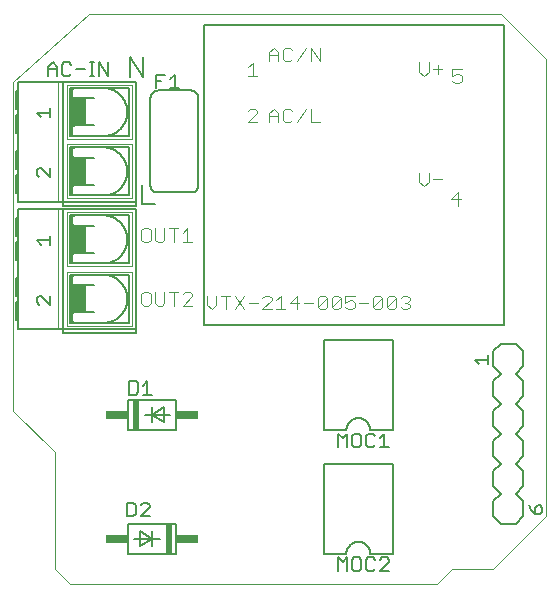
<source format=gto>
G75*
%MOIN*%
%OFA0B0*%
%FSLAX25Y25*%
%IPPOS*%
%LPD*%
%AMOC8*
5,1,8,0,0,1.08239X$1,22.5*
%
%ADD10C,0.00000*%
%ADD11C,0.00600*%
%ADD12C,0.00400*%
%ADD13C,0.00200*%
%ADD14C,0.00500*%
%ADD15R,0.04500X0.09000*%
%ADD16R,0.02000X0.10000*%
%ADD17R,0.07500X0.03000*%
D10*
X0189911Y0200358D02*
X0176161Y0214108D01*
X0176161Y0323988D01*
X0201321Y0346608D01*
X0338661Y0346608D01*
X0353661Y0331608D01*
X0353661Y0179108D01*
X0336161Y0161608D01*
X0322411Y0161608D01*
X0317411Y0156608D01*
X0194911Y0156608D01*
X0189911Y0161608D01*
X0189911Y0200358D01*
D11*
X0214411Y0207858D02*
X0214411Y0217858D01*
X0230411Y0217858D01*
X0230411Y0207858D01*
X0214411Y0207858D01*
X0219911Y0212858D02*
X0222411Y0212858D01*
X0222411Y0210358D01*
X0222411Y0212858D02*
X0222411Y0215358D01*
X0222411Y0212858D02*
X0226411Y0215358D01*
X0226411Y0210358D01*
X0222411Y0212858D01*
X0228411Y0212858D01*
X0217161Y0240028D02*
X0217161Y0241528D01*
X0192661Y0241528D01*
X0192661Y0240028D01*
X0217161Y0240028D01*
X0217161Y0241528D02*
X0217161Y0281528D01*
X0192661Y0281528D01*
X0191161Y0281528D01*
X0177661Y0281528D01*
X0177661Y0278528D01*
X0177661Y0272528D01*
X0177661Y0270528D01*
X0177161Y0270528D01*
X0177161Y0264528D01*
X0177661Y0264528D01*
X0177661Y0270528D01*
X0177661Y0272528D02*
X0177161Y0272528D01*
X0177161Y0278528D01*
X0177661Y0278528D01*
X0177661Y0283988D02*
X0177661Y0286988D01*
X0177161Y0286988D01*
X0177161Y0292988D01*
X0177661Y0292988D01*
X0177661Y0286988D01*
X0177661Y0283988D02*
X0191161Y0283988D01*
X0192661Y0283988D01*
X0192661Y0282488D01*
X0217161Y0282488D01*
X0217161Y0283988D01*
X0192661Y0283988D01*
X0192661Y0323988D01*
X0191161Y0323988D01*
X0177661Y0323988D01*
X0177661Y0320988D01*
X0177661Y0314988D01*
X0177661Y0312988D01*
X0177161Y0312988D01*
X0177161Y0306988D01*
X0177661Y0306988D01*
X0177661Y0312988D01*
X0177661Y0314988D02*
X0177161Y0314988D01*
X0177161Y0320988D01*
X0177661Y0320988D01*
X0177661Y0306988D02*
X0177661Y0300988D01*
X0177661Y0294988D01*
X0177661Y0292988D01*
X0177661Y0294988D02*
X0177161Y0294988D01*
X0177161Y0300988D01*
X0177661Y0300988D01*
X0192661Y0281528D02*
X0192661Y0241528D01*
X0191161Y0241528D01*
X0177661Y0241528D01*
X0177661Y0244528D01*
X0177161Y0244528D01*
X0177161Y0250528D01*
X0177661Y0250528D01*
X0177661Y0244528D01*
X0177661Y0250528D02*
X0177661Y0252528D01*
X0177661Y0258528D01*
X0177161Y0258528D01*
X0177161Y0252528D01*
X0177661Y0252528D01*
X0177661Y0258528D02*
X0177661Y0264528D01*
X0195161Y0263428D02*
X0195161Y0279428D01*
X0214661Y0279428D01*
X0214661Y0263428D01*
X0195161Y0263428D01*
X0195661Y0264428D02*
X0195661Y0278428D01*
X0195663Y0278488D01*
X0195668Y0278549D01*
X0195677Y0278608D01*
X0195690Y0278667D01*
X0195706Y0278726D01*
X0195726Y0278783D01*
X0195749Y0278838D01*
X0195776Y0278893D01*
X0195805Y0278945D01*
X0195838Y0278996D01*
X0195874Y0279045D01*
X0195912Y0279091D01*
X0195954Y0279135D01*
X0195998Y0279177D01*
X0196044Y0279215D01*
X0196093Y0279251D01*
X0196144Y0279284D01*
X0196196Y0279313D01*
X0196251Y0279340D01*
X0196306Y0279363D01*
X0196363Y0279383D01*
X0196422Y0279399D01*
X0196481Y0279412D01*
X0196540Y0279421D01*
X0196601Y0279426D01*
X0196661Y0279428D01*
X0195661Y0276928D02*
X0195663Y0276868D01*
X0195668Y0276807D01*
X0195677Y0276748D01*
X0195690Y0276689D01*
X0195706Y0276630D01*
X0195726Y0276573D01*
X0195749Y0276518D01*
X0195776Y0276463D01*
X0195805Y0276411D01*
X0195838Y0276360D01*
X0195874Y0276311D01*
X0195912Y0276265D01*
X0195954Y0276221D01*
X0195998Y0276179D01*
X0196044Y0276141D01*
X0196093Y0276105D01*
X0196144Y0276072D01*
X0196196Y0276043D01*
X0196251Y0276016D01*
X0196306Y0275993D01*
X0196363Y0275973D01*
X0196422Y0275957D01*
X0196481Y0275944D01*
X0196540Y0275935D01*
X0196601Y0275930D01*
X0196661Y0275928D01*
X0203161Y0275928D01*
X0206161Y0279428D02*
X0206356Y0279426D01*
X0206551Y0279419D01*
X0206745Y0279407D01*
X0206939Y0279390D01*
X0207133Y0279369D01*
X0207326Y0279343D01*
X0207518Y0279312D01*
X0207710Y0279277D01*
X0207900Y0279237D01*
X0208090Y0279192D01*
X0208279Y0279143D01*
X0208466Y0279089D01*
X0208652Y0279030D01*
X0208836Y0278968D01*
X0209019Y0278900D01*
X0209200Y0278828D01*
X0209379Y0278752D01*
X0209557Y0278672D01*
X0209732Y0278587D01*
X0209905Y0278498D01*
X0210076Y0278404D01*
X0210245Y0278307D01*
X0210411Y0278205D01*
X0210575Y0278100D01*
X0210736Y0277991D01*
X0210895Y0277877D01*
X0211050Y0277760D01*
X0211203Y0277639D01*
X0211353Y0277514D01*
X0211500Y0277386D01*
X0211643Y0277254D01*
X0211783Y0277119D01*
X0211920Y0276981D01*
X0212054Y0276839D01*
X0212184Y0276694D01*
X0212310Y0276545D01*
X0212433Y0276394D01*
X0212552Y0276240D01*
X0212667Y0276083D01*
X0212779Y0275923D01*
X0212886Y0275761D01*
X0212990Y0275596D01*
X0213089Y0275428D01*
X0213185Y0275258D01*
X0213276Y0275086D01*
X0213363Y0274912D01*
X0213445Y0274735D01*
X0213524Y0274557D01*
X0213598Y0274377D01*
X0213667Y0274195D01*
X0213733Y0274011D01*
X0213793Y0273826D01*
X0213849Y0273639D01*
X0213901Y0273451D01*
X0213948Y0273262D01*
X0213990Y0273072D01*
X0214028Y0272881D01*
X0214061Y0272689D01*
X0214089Y0272496D01*
X0214113Y0272303D01*
X0214132Y0272109D01*
X0214146Y0271915D01*
X0214156Y0271720D01*
X0214160Y0271525D01*
X0214160Y0271331D01*
X0214156Y0271136D01*
X0214146Y0270941D01*
X0214132Y0270747D01*
X0214113Y0270553D01*
X0214089Y0270360D01*
X0214061Y0270167D01*
X0214028Y0269975D01*
X0213990Y0269784D01*
X0213948Y0269594D01*
X0213901Y0269405D01*
X0213849Y0269217D01*
X0213793Y0269030D01*
X0213733Y0268845D01*
X0213667Y0268661D01*
X0213598Y0268479D01*
X0213524Y0268299D01*
X0213445Y0268121D01*
X0213363Y0267944D01*
X0213276Y0267770D01*
X0213185Y0267598D01*
X0213089Y0267428D01*
X0212990Y0267260D01*
X0212886Y0267095D01*
X0212779Y0266933D01*
X0212667Y0266773D01*
X0212552Y0266616D01*
X0212433Y0266462D01*
X0212310Y0266311D01*
X0212184Y0266162D01*
X0212054Y0266017D01*
X0211920Y0265875D01*
X0211783Y0265737D01*
X0211643Y0265602D01*
X0211500Y0265470D01*
X0211353Y0265342D01*
X0211203Y0265217D01*
X0211050Y0265096D01*
X0210895Y0264979D01*
X0210736Y0264865D01*
X0210575Y0264756D01*
X0210411Y0264651D01*
X0210245Y0264549D01*
X0210076Y0264452D01*
X0209905Y0264358D01*
X0209732Y0264269D01*
X0209557Y0264184D01*
X0209379Y0264104D01*
X0209200Y0264028D01*
X0209019Y0263956D01*
X0208836Y0263888D01*
X0208652Y0263826D01*
X0208466Y0263767D01*
X0208279Y0263713D01*
X0208090Y0263664D01*
X0207900Y0263619D01*
X0207710Y0263579D01*
X0207518Y0263544D01*
X0207326Y0263513D01*
X0207133Y0263487D01*
X0206939Y0263466D01*
X0206745Y0263449D01*
X0206551Y0263437D01*
X0206356Y0263430D01*
X0206161Y0263428D01*
X0203161Y0266928D02*
X0196661Y0266928D01*
X0196601Y0266926D01*
X0196540Y0266921D01*
X0196481Y0266912D01*
X0196422Y0266899D01*
X0196363Y0266883D01*
X0196306Y0266863D01*
X0196251Y0266840D01*
X0196196Y0266813D01*
X0196144Y0266784D01*
X0196093Y0266751D01*
X0196044Y0266715D01*
X0195998Y0266677D01*
X0195954Y0266635D01*
X0195912Y0266591D01*
X0195874Y0266545D01*
X0195838Y0266496D01*
X0195805Y0266445D01*
X0195776Y0266393D01*
X0195749Y0266338D01*
X0195726Y0266283D01*
X0195706Y0266226D01*
X0195690Y0266167D01*
X0195677Y0266108D01*
X0195668Y0266049D01*
X0195663Y0265988D01*
X0195661Y0265928D01*
X0195661Y0264428D02*
X0195663Y0264368D01*
X0195668Y0264307D01*
X0195677Y0264248D01*
X0195690Y0264189D01*
X0195706Y0264130D01*
X0195726Y0264073D01*
X0195749Y0264018D01*
X0195776Y0263963D01*
X0195805Y0263911D01*
X0195838Y0263860D01*
X0195874Y0263811D01*
X0195912Y0263765D01*
X0195954Y0263721D01*
X0195998Y0263679D01*
X0196044Y0263641D01*
X0196093Y0263605D01*
X0196144Y0263572D01*
X0196196Y0263543D01*
X0196251Y0263516D01*
X0196306Y0263493D01*
X0196363Y0263473D01*
X0196422Y0263457D01*
X0196481Y0263444D01*
X0196540Y0263435D01*
X0196601Y0263430D01*
X0196661Y0263428D01*
X0195161Y0259628D02*
X0195161Y0243628D01*
X0214661Y0243628D01*
X0214661Y0259628D01*
X0195161Y0259628D01*
X0195661Y0258628D02*
X0195661Y0244628D01*
X0195663Y0244568D01*
X0195668Y0244507D01*
X0195677Y0244448D01*
X0195690Y0244389D01*
X0195706Y0244330D01*
X0195726Y0244273D01*
X0195749Y0244218D01*
X0195776Y0244163D01*
X0195805Y0244111D01*
X0195838Y0244060D01*
X0195874Y0244011D01*
X0195912Y0243965D01*
X0195954Y0243921D01*
X0195998Y0243879D01*
X0196044Y0243841D01*
X0196093Y0243805D01*
X0196144Y0243772D01*
X0196196Y0243743D01*
X0196251Y0243716D01*
X0196306Y0243693D01*
X0196363Y0243673D01*
X0196422Y0243657D01*
X0196481Y0243644D01*
X0196540Y0243635D01*
X0196601Y0243630D01*
X0196661Y0243628D01*
X0195661Y0246128D02*
X0195663Y0246188D01*
X0195668Y0246249D01*
X0195677Y0246308D01*
X0195690Y0246367D01*
X0195706Y0246426D01*
X0195726Y0246483D01*
X0195749Y0246538D01*
X0195776Y0246593D01*
X0195805Y0246645D01*
X0195838Y0246696D01*
X0195874Y0246745D01*
X0195912Y0246791D01*
X0195954Y0246835D01*
X0195998Y0246877D01*
X0196044Y0246915D01*
X0196093Y0246951D01*
X0196144Y0246984D01*
X0196196Y0247013D01*
X0196251Y0247040D01*
X0196306Y0247063D01*
X0196363Y0247083D01*
X0196422Y0247099D01*
X0196481Y0247112D01*
X0196540Y0247121D01*
X0196601Y0247126D01*
X0196661Y0247128D01*
X0203161Y0247128D01*
X0206161Y0243628D02*
X0206356Y0243630D01*
X0206551Y0243637D01*
X0206745Y0243649D01*
X0206939Y0243666D01*
X0207133Y0243687D01*
X0207326Y0243713D01*
X0207518Y0243744D01*
X0207710Y0243779D01*
X0207900Y0243819D01*
X0208090Y0243864D01*
X0208279Y0243913D01*
X0208466Y0243967D01*
X0208652Y0244026D01*
X0208836Y0244088D01*
X0209019Y0244156D01*
X0209200Y0244228D01*
X0209379Y0244304D01*
X0209557Y0244384D01*
X0209732Y0244469D01*
X0209905Y0244558D01*
X0210076Y0244652D01*
X0210245Y0244749D01*
X0210411Y0244851D01*
X0210575Y0244956D01*
X0210736Y0245065D01*
X0210895Y0245179D01*
X0211050Y0245296D01*
X0211203Y0245417D01*
X0211353Y0245542D01*
X0211500Y0245670D01*
X0211643Y0245802D01*
X0211783Y0245937D01*
X0211920Y0246075D01*
X0212054Y0246217D01*
X0212184Y0246362D01*
X0212310Y0246511D01*
X0212433Y0246662D01*
X0212552Y0246816D01*
X0212667Y0246973D01*
X0212779Y0247133D01*
X0212886Y0247295D01*
X0212990Y0247460D01*
X0213089Y0247628D01*
X0213185Y0247798D01*
X0213276Y0247970D01*
X0213363Y0248144D01*
X0213445Y0248321D01*
X0213524Y0248499D01*
X0213598Y0248679D01*
X0213667Y0248861D01*
X0213733Y0249045D01*
X0213793Y0249230D01*
X0213849Y0249417D01*
X0213901Y0249605D01*
X0213948Y0249794D01*
X0213990Y0249984D01*
X0214028Y0250175D01*
X0214061Y0250367D01*
X0214089Y0250560D01*
X0214113Y0250753D01*
X0214132Y0250947D01*
X0214146Y0251141D01*
X0214156Y0251336D01*
X0214160Y0251531D01*
X0214160Y0251725D01*
X0214156Y0251920D01*
X0214146Y0252115D01*
X0214132Y0252309D01*
X0214113Y0252503D01*
X0214089Y0252696D01*
X0214061Y0252889D01*
X0214028Y0253081D01*
X0213990Y0253272D01*
X0213948Y0253462D01*
X0213901Y0253651D01*
X0213849Y0253839D01*
X0213793Y0254026D01*
X0213733Y0254211D01*
X0213667Y0254395D01*
X0213598Y0254577D01*
X0213524Y0254757D01*
X0213445Y0254935D01*
X0213363Y0255112D01*
X0213276Y0255286D01*
X0213185Y0255458D01*
X0213089Y0255628D01*
X0212990Y0255796D01*
X0212886Y0255961D01*
X0212779Y0256123D01*
X0212667Y0256283D01*
X0212552Y0256440D01*
X0212433Y0256594D01*
X0212310Y0256745D01*
X0212184Y0256894D01*
X0212054Y0257039D01*
X0211920Y0257181D01*
X0211783Y0257319D01*
X0211643Y0257454D01*
X0211500Y0257586D01*
X0211353Y0257714D01*
X0211203Y0257839D01*
X0211050Y0257960D01*
X0210895Y0258077D01*
X0210736Y0258191D01*
X0210575Y0258300D01*
X0210411Y0258405D01*
X0210245Y0258507D01*
X0210076Y0258604D01*
X0209905Y0258698D01*
X0209732Y0258787D01*
X0209557Y0258872D01*
X0209379Y0258952D01*
X0209200Y0259028D01*
X0209019Y0259100D01*
X0208836Y0259168D01*
X0208652Y0259230D01*
X0208466Y0259289D01*
X0208279Y0259343D01*
X0208090Y0259392D01*
X0207900Y0259437D01*
X0207710Y0259477D01*
X0207518Y0259512D01*
X0207326Y0259543D01*
X0207133Y0259569D01*
X0206939Y0259590D01*
X0206745Y0259607D01*
X0206551Y0259619D01*
X0206356Y0259626D01*
X0206161Y0259628D01*
X0203161Y0256128D02*
X0196661Y0256128D01*
X0196601Y0256130D01*
X0196540Y0256135D01*
X0196481Y0256144D01*
X0196422Y0256157D01*
X0196363Y0256173D01*
X0196306Y0256193D01*
X0196251Y0256216D01*
X0196196Y0256243D01*
X0196144Y0256272D01*
X0196093Y0256305D01*
X0196044Y0256341D01*
X0195998Y0256379D01*
X0195954Y0256421D01*
X0195912Y0256465D01*
X0195874Y0256511D01*
X0195838Y0256560D01*
X0195805Y0256611D01*
X0195776Y0256663D01*
X0195749Y0256718D01*
X0195726Y0256773D01*
X0195706Y0256830D01*
X0195690Y0256889D01*
X0195677Y0256948D01*
X0195668Y0257007D01*
X0195663Y0257068D01*
X0195661Y0257128D01*
X0195661Y0258628D02*
X0195663Y0258688D01*
X0195668Y0258749D01*
X0195677Y0258808D01*
X0195690Y0258867D01*
X0195706Y0258926D01*
X0195726Y0258983D01*
X0195749Y0259038D01*
X0195776Y0259093D01*
X0195805Y0259145D01*
X0195838Y0259196D01*
X0195874Y0259245D01*
X0195912Y0259291D01*
X0195954Y0259335D01*
X0195998Y0259377D01*
X0196044Y0259415D01*
X0196093Y0259451D01*
X0196144Y0259484D01*
X0196196Y0259513D01*
X0196251Y0259540D01*
X0196306Y0259563D01*
X0196363Y0259583D01*
X0196422Y0259599D01*
X0196481Y0259612D01*
X0196540Y0259621D01*
X0196601Y0259626D01*
X0196661Y0259628D01*
X0217161Y0283988D02*
X0217161Y0323988D01*
X0192661Y0323988D01*
X0195161Y0321888D02*
X0214661Y0321888D01*
X0214661Y0305888D01*
X0195161Y0305888D01*
X0195161Y0321888D01*
X0195661Y0320888D02*
X0195661Y0306888D01*
X0195663Y0306828D01*
X0195668Y0306767D01*
X0195677Y0306708D01*
X0195690Y0306649D01*
X0195706Y0306590D01*
X0195726Y0306533D01*
X0195749Y0306478D01*
X0195776Y0306423D01*
X0195805Y0306371D01*
X0195838Y0306320D01*
X0195874Y0306271D01*
X0195912Y0306225D01*
X0195954Y0306181D01*
X0195998Y0306139D01*
X0196044Y0306101D01*
X0196093Y0306065D01*
X0196144Y0306032D01*
X0196196Y0306003D01*
X0196251Y0305976D01*
X0196306Y0305953D01*
X0196363Y0305933D01*
X0196422Y0305917D01*
X0196481Y0305904D01*
X0196540Y0305895D01*
X0196601Y0305890D01*
X0196661Y0305888D01*
X0195661Y0308388D02*
X0195663Y0308448D01*
X0195668Y0308509D01*
X0195677Y0308568D01*
X0195690Y0308627D01*
X0195706Y0308686D01*
X0195726Y0308743D01*
X0195749Y0308798D01*
X0195776Y0308853D01*
X0195805Y0308905D01*
X0195838Y0308956D01*
X0195874Y0309005D01*
X0195912Y0309051D01*
X0195954Y0309095D01*
X0195998Y0309137D01*
X0196044Y0309175D01*
X0196093Y0309211D01*
X0196144Y0309244D01*
X0196196Y0309273D01*
X0196251Y0309300D01*
X0196306Y0309323D01*
X0196363Y0309343D01*
X0196422Y0309359D01*
X0196481Y0309372D01*
X0196540Y0309381D01*
X0196601Y0309386D01*
X0196661Y0309388D01*
X0203161Y0309388D01*
X0206161Y0305888D02*
X0206356Y0305890D01*
X0206551Y0305897D01*
X0206745Y0305909D01*
X0206939Y0305926D01*
X0207133Y0305947D01*
X0207326Y0305973D01*
X0207518Y0306004D01*
X0207710Y0306039D01*
X0207900Y0306079D01*
X0208090Y0306124D01*
X0208279Y0306173D01*
X0208466Y0306227D01*
X0208652Y0306286D01*
X0208836Y0306348D01*
X0209019Y0306416D01*
X0209200Y0306488D01*
X0209379Y0306564D01*
X0209557Y0306644D01*
X0209732Y0306729D01*
X0209905Y0306818D01*
X0210076Y0306912D01*
X0210245Y0307009D01*
X0210411Y0307111D01*
X0210575Y0307216D01*
X0210736Y0307325D01*
X0210895Y0307439D01*
X0211050Y0307556D01*
X0211203Y0307677D01*
X0211353Y0307802D01*
X0211500Y0307930D01*
X0211643Y0308062D01*
X0211783Y0308197D01*
X0211920Y0308335D01*
X0212054Y0308477D01*
X0212184Y0308622D01*
X0212310Y0308771D01*
X0212433Y0308922D01*
X0212552Y0309076D01*
X0212667Y0309233D01*
X0212779Y0309393D01*
X0212886Y0309555D01*
X0212990Y0309720D01*
X0213089Y0309888D01*
X0213185Y0310058D01*
X0213276Y0310230D01*
X0213363Y0310404D01*
X0213445Y0310581D01*
X0213524Y0310759D01*
X0213598Y0310939D01*
X0213667Y0311121D01*
X0213733Y0311305D01*
X0213793Y0311490D01*
X0213849Y0311677D01*
X0213901Y0311865D01*
X0213948Y0312054D01*
X0213990Y0312244D01*
X0214028Y0312435D01*
X0214061Y0312627D01*
X0214089Y0312820D01*
X0214113Y0313013D01*
X0214132Y0313207D01*
X0214146Y0313401D01*
X0214156Y0313596D01*
X0214160Y0313791D01*
X0214160Y0313985D01*
X0214156Y0314180D01*
X0214146Y0314375D01*
X0214132Y0314569D01*
X0214113Y0314763D01*
X0214089Y0314956D01*
X0214061Y0315149D01*
X0214028Y0315341D01*
X0213990Y0315532D01*
X0213948Y0315722D01*
X0213901Y0315911D01*
X0213849Y0316099D01*
X0213793Y0316286D01*
X0213733Y0316471D01*
X0213667Y0316655D01*
X0213598Y0316837D01*
X0213524Y0317017D01*
X0213445Y0317195D01*
X0213363Y0317372D01*
X0213276Y0317546D01*
X0213185Y0317718D01*
X0213089Y0317888D01*
X0212990Y0318056D01*
X0212886Y0318221D01*
X0212779Y0318383D01*
X0212667Y0318543D01*
X0212552Y0318700D01*
X0212433Y0318854D01*
X0212310Y0319005D01*
X0212184Y0319154D01*
X0212054Y0319299D01*
X0211920Y0319441D01*
X0211783Y0319579D01*
X0211643Y0319714D01*
X0211500Y0319846D01*
X0211353Y0319974D01*
X0211203Y0320099D01*
X0211050Y0320220D01*
X0210895Y0320337D01*
X0210736Y0320451D01*
X0210575Y0320560D01*
X0210411Y0320665D01*
X0210245Y0320767D01*
X0210076Y0320864D01*
X0209905Y0320958D01*
X0209732Y0321047D01*
X0209557Y0321132D01*
X0209379Y0321212D01*
X0209200Y0321288D01*
X0209019Y0321360D01*
X0208836Y0321428D01*
X0208652Y0321490D01*
X0208466Y0321549D01*
X0208279Y0321603D01*
X0208090Y0321652D01*
X0207900Y0321697D01*
X0207710Y0321737D01*
X0207518Y0321772D01*
X0207326Y0321803D01*
X0207133Y0321829D01*
X0206939Y0321850D01*
X0206745Y0321867D01*
X0206551Y0321879D01*
X0206356Y0321886D01*
X0206161Y0321888D01*
X0203161Y0318388D02*
X0196661Y0318388D01*
X0196601Y0318390D01*
X0196540Y0318395D01*
X0196481Y0318404D01*
X0196422Y0318417D01*
X0196363Y0318433D01*
X0196306Y0318453D01*
X0196251Y0318476D01*
X0196196Y0318503D01*
X0196144Y0318532D01*
X0196093Y0318565D01*
X0196044Y0318601D01*
X0195998Y0318639D01*
X0195954Y0318681D01*
X0195912Y0318725D01*
X0195874Y0318771D01*
X0195838Y0318820D01*
X0195805Y0318871D01*
X0195776Y0318923D01*
X0195749Y0318978D01*
X0195726Y0319033D01*
X0195706Y0319090D01*
X0195690Y0319149D01*
X0195677Y0319208D01*
X0195668Y0319267D01*
X0195663Y0319328D01*
X0195661Y0319388D01*
X0195661Y0320888D02*
X0195663Y0320948D01*
X0195668Y0321009D01*
X0195677Y0321068D01*
X0195690Y0321127D01*
X0195706Y0321186D01*
X0195726Y0321243D01*
X0195749Y0321298D01*
X0195776Y0321353D01*
X0195805Y0321405D01*
X0195838Y0321456D01*
X0195874Y0321505D01*
X0195912Y0321551D01*
X0195954Y0321595D01*
X0195998Y0321637D01*
X0196044Y0321675D01*
X0196093Y0321711D01*
X0196144Y0321744D01*
X0196196Y0321773D01*
X0196251Y0321800D01*
X0196306Y0321823D01*
X0196363Y0321843D01*
X0196422Y0321859D01*
X0196481Y0321872D01*
X0196540Y0321881D01*
X0196601Y0321886D01*
X0196661Y0321888D01*
X0195161Y0302088D02*
X0195161Y0286088D01*
X0214661Y0286088D01*
X0214661Y0302088D01*
X0195161Y0302088D01*
X0195661Y0301088D02*
X0195661Y0287088D01*
X0195663Y0287028D01*
X0195668Y0286967D01*
X0195677Y0286908D01*
X0195690Y0286849D01*
X0195706Y0286790D01*
X0195726Y0286733D01*
X0195749Y0286678D01*
X0195776Y0286623D01*
X0195805Y0286571D01*
X0195838Y0286520D01*
X0195874Y0286471D01*
X0195912Y0286425D01*
X0195954Y0286381D01*
X0195998Y0286339D01*
X0196044Y0286301D01*
X0196093Y0286265D01*
X0196144Y0286232D01*
X0196196Y0286203D01*
X0196251Y0286176D01*
X0196306Y0286153D01*
X0196363Y0286133D01*
X0196422Y0286117D01*
X0196481Y0286104D01*
X0196540Y0286095D01*
X0196601Y0286090D01*
X0196661Y0286088D01*
X0195661Y0288588D02*
X0195663Y0288648D01*
X0195668Y0288709D01*
X0195677Y0288768D01*
X0195690Y0288827D01*
X0195706Y0288886D01*
X0195726Y0288943D01*
X0195749Y0288998D01*
X0195776Y0289053D01*
X0195805Y0289105D01*
X0195838Y0289156D01*
X0195874Y0289205D01*
X0195912Y0289251D01*
X0195954Y0289295D01*
X0195998Y0289337D01*
X0196044Y0289375D01*
X0196093Y0289411D01*
X0196144Y0289444D01*
X0196196Y0289473D01*
X0196251Y0289500D01*
X0196306Y0289523D01*
X0196363Y0289543D01*
X0196422Y0289559D01*
X0196481Y0289572D01*
X0196540Y0289581D01*
X0196601Y0289586D01*
X0196661Y0289588D01*
X0203161Y0289588D01*
X0206161Y0286088D02*
X0206356Y0286090D01*
X0206551Y0286097D01*
X0206745Y0286109D01*
X0206939Y0286126D01*
X0207133Y0286147D01*
X0207326Y0286173D01*
X0207518Y0286204D01*
X0207710Y0286239D01*
X0207900Y0286279D01*
X0208090Y0286324D01*
X0208279Y0286373D01*
X0208466Y0286427D01*
X0208652Y0286486D01*
X0208836Y0286548D01*
X0209019Y0286616D01*
X0209200Y0286688D01*
X0209379Y0286764D01*
X0209557Y0286844D01*
X0209732Y0286929D01*
X0209905Y0287018D01*
X0210076Y0287112D01*
X0210245Y0287209D01*
X0210411Y0287311D01*
X0210575Y0287416D01*
X0210736Y0287525D01*
X0210895Y0287639D01*
X0211050Y0287756D01*
X0211203Y0287877D01*
X0211353Y0288002D01*
X0211500Y0288130D01*
X0211643Y0288262D01*
X0211783Y0288397D01*
X0211920Y0288535D01*
X0212054Y0288677D01*
X0212184Y0288822D01*
X0212310Y0288971D01*
X0212433Y0289122D01*
X0212552Y0289276D01*
X0212667Y0289433D01*
X0212779Y0289593D01*
X0212886Y0289755D01*
X0212990Y0289920D01*
X0213089Y0290088D01*
X0213185Y0290258D01*
X0213276Y0290430D01*
X0213363Y0290604D01*
X0213445Y0290781D01*
X0213524Y0290959D01*
X0213598Y0291139D01*
X0213667Y0291321D01*
X0213733Y0291505D01*
X0213793Y0291690D01*
X0213849Y0291877D01*
X0213901Y0292065D01*
X0213948Y0292254D01*
X0213990Y0292444D01*
X0214028Y0292635D01*
X0214061Y0292827D01*
X0214089Y0293020D01*
X0214113Y0293213D01*
X0214132Y0293407D01*
X0214146Y0293601D01*
X0214156Y0293796D01*
X0214160Y0293991D01*
X0214160Y0294185D01*
X0214156Y0294380D01*
X0214146Y0294575D01*
X0214132Y0294769D01*
X0214113Y0294963D01*
X0214089Y0295156D01*
X0214061Y0295349D01*
X0214028Y0295541D01*
X0213990Y0295732D01*
X0213948Y0295922D01*
X0213901Y0296111D01*
X0213849Y0296299D01*
X0213793Y0296486D01*
X0213733Y0296671D01*
X0213667Y0296855D01*
X0213598Y0297037D01*
X0213524Y0297217D01*
X0213445Y0297395D01*
X0213363Y0297572D01*
X0213276Y0297746D01*
X0213185Y0297918D01*
X0213089Y0298088D01*
X0212990Y0298256D01*
X0212886Y0298421D01*
X0212779Y0298583D01*
X0212667Y0298743D01*
X0212552Y0298900D01*
X0212433Y0299054D01*
X0212310Y0299205D01*
X0212184Y0299354D01*
X0212054Y0299499D01*
X0211920Y0299641D01*
X0211783Y0299779D01*
X0211643Y0299914D01*
X0211500Y0300046D01*
X0211353Y0300174D01*
X0211203Y0300299D01*
X0211050Y0300420D01*
X0210895Y0300537D01*
X0210736Y0300651D01*
X0210575Y0300760D01*
X0210411Y0300865D01*
X0210245Y0300967D01*
X0210076Y0301064D01*
X0209905Y0301158D01*
X0209732Y0301247D01*
X0209557Y0301332D01*
X0209379Y0301412D01*
X0209200Y0301488D01*
X0209019Y0301560D01*
X0208836Y0301628D01*
X0208652Y0301690D01*
X0208466Y0301749D01*
X0208279Y0301803D01*
X0208090Y0301852D01*
X0207900Y0301897D01*
X0207710Y0301937D01*
X0207518Y0301972D01*
X0207326Y0302003D01*
X0207133Y0302029D01*
X0206939Y0302050D01*
X0206745Y0302067D01*
X0206551Y0302079D01*
X0206356Y0302086D01*
X0206161Y0302088D01*
X0203161Y0298588D02*
X0196661Y0298588D01*
X0196601Y0298590D01*
X0196540Y0298595D01*
X0196481Y0298604D01*
X0196422Y0298617D01*
X0196363Y0298633D01*
X0196306Y0298653D01*
X0196251Y0298676D01*
X0196196Y0298703D01*
X0196144Y0298732D01*
X0196093Y0298765D01*
X0196044Y0298801D01*
X0195998Y0298839D01*
X0195954Y0298881D01*
X0195912Y0298925D01*
X0195874Y0298971D01*
X0195838Y0299020D01*
X0195805Y0299071D01*
X0195776Y0299123D01*
X0195749Y0299178D01*
X0195726Y0299233D01*
X0195706Y0299290D01*
X0195690Y0299349D01*
X0195677Y0299408D01*
X0195668Y0299467D01*
X0195663Y0299528D01*
X0195661Y0299588D01*
X0195661Y0301088D02*
X0195663Y0301148D01*
X0195668Y0301209D01*
X0195677Y0301268D01*
X0195690Y0301327D01*
X0195706Y0301386D01*
X0195726Y0301443D01*
X0195749Y0301498D01*
X0195776Y0301553D01*
X0195805Y0301605D01*
X0195838Y0301656D01*
X0195874Y0301705D01*
X0195912Y0301751D01*
X0195954Y0301795D01*
X0195998Y0301837D01*
X0196044Y0301875D01*
X0196093Y0301911D01*
X0196144Y0301944D01*
X0196196Y0301973D01*
X0196251Y0302000D01*
X0196306Y0302023D01*
X0196363Y0302043D01*
X0196422Y0302059D01*
X0196481Y0302072D01*
X0196540Y0302081D01*
X0196601Y0302086D01*
X0196661Y0302088D01*
X0215211Y0325658D02*
X0215211Y0332063D01*
X0219481Y0325658D01*
X0219481Y0332063D01*
X0224371Y0321028D02*
X0235371Y0321028D01*
X0235469Y0321026D01*
X0235567Y0321020D01*
X0235665Y0321011D01*
X0235762Y0320997D01*
X0235859Y0320980D01*
X0235955Y0320959D01*
X0236050Y0320934D01*
X0236144Y0320906D01*
X0236236Y0320873D01*
X0236328Y0320838D01*
X0236418Y0320798D01*
X0236506Y0320756D01*
X0236593Y0320709D01*
X0236677Y0320660D01*
X0236760Y0320607D01*
X0236840Y0320551D01*
X0236919Y0320491D01*
X0236995Y0320429D01*
X0237068Y0320364D01*
X0237139Y0320296D01*
X0237207Y0320225D01*
X0237272Y0320152D01*
X0237334Y0320076D01*
X0237394Y0319997D01*
X0237450Y0319917D01*
X0237503Y0319834D01*
X0237552Y0319750D01*
X0237599Y0319663D01*
X0237641Y0319575D01*
X0237681Y0319485D01*
X0237716Y0319393D01*
X0237749Y0319301D01*
X0237777Y0319207D01*
X0237802Y0319112D01*
X0237823Y0319016D01*
X0237840Y0318919D01*
X0237854Y0318822D01*
X0237863Y0318724D01*
X0237869Y0318626D01*
X0237871Y0318528D01*
X0237871Y0289528D01*
X0237869Y0289430D01*
X0237863Y0289332D01*
X0237854Y0289234D01*
X0237840Y0289137D01*
X0237823Y0289040D01*
X0237802Y0288944D01*
X0237777Y0288849D01*
X0237749Y0288755D01*
X0237716Y0288663D01*
X0237681Y0288571D01*
X0237641Y0288481D01*
X0237599Y0288393D01*
X0237552Y0288306D01*
X0237503Y0288222D01*
X0237450Y0288139D01*
X0237394Y0288059D01*
X0237334Y0287980D01*
X0237272Y0287904D01*
X0237207Y0287831D01*
X0237139Y0287760D01*
X0237068Y0287692D01*
X0236995Y0287627D01*
X0236919Y0287565D01*
X0236840Y0287505D01*
X0236760Y0287449D01*
X0236677Y0287396D01*
X0236593Y0287347D01*
X0236506Y0287300D01*
X0236418Y0287258D01*
X0236328Y0287218D01*
X0236236Y0287183D01*
X0236144Y0287150D01*
X0236050Y0287122D01*
X0235955Y0287097D01*
X0235859Y0287076D01*
X0235762Y0287059D01*
X0235665Y0287045D01*
X0235567Y0287036D01*
X0235469Y0287030D01*
X0235371Y0287028D01*
X0224371Y0287028D01*
X0224273Y0287030D01*
X0224175Y0287036D01*
X0224077Y0287045D01*
X0223980Y0287059D01*
X0223883Y0287076D01*
X0223787Y0287097D01*
X0223692Y0287122D01*
X0223598Y0287150D01*
X0223506Y0287183D01*
X0223414Y0287218D01*
X0223324Y0287258D01*
X0223236Y0287300D01*
X0223149Y0287347D01*
X0223065Y0287396D01*
X0222982Y0287449D01*
X0222902Y0287505D01*
X0222823Y0287565D01*
X0222747Y0287627D01*
X0222674Y0287692D01*
X0222603Y0287760D01*
X0222535Y0287831D01*
X0222470Y0287904D01*
X0222408Y0287980D01*
X0222348Y0288059D01*
X0222292Y0288139D01*
X0222239Y0288222D01*
X0222190Y0288306D01*
X0222143Y0288393D01*
X0222101Y0288481D01*
X0222061Y0288571D01*
X0222026Y0288663D01*
X0221993Y0288755D01*
X0221965Y0288849D01*
X0221940Y0288944D01*
X0221919Y0289040D01*
X0221902Y0289137D01*
X0221888Y0289234D01*
X0221879Y0289332D01*
X0221873Y0289430D01*
X0221871Y0289528D01*
X0221871Y0318528D01*
X0221873Y0318626D01*
X0221879Y0318724D01*
X0221888Y0318822D01*
X0221902Y0318919D01*
X0221919Y0319016D01*
X0221940Y0319112D01*
X0221965Y0319207D01*
X0221993Y0319301D01*
X0222026Y0319393D01*
X0222061Y0319485D01*
X0222101Y0319575D01*
X0222143Y0319663D01*
X0222190Y0319750D01*
X0222239Y0319834D01*
X0222292Y0319917D01*
X0222348Y0319997D01*
X0222408Y0320076D01*
X0222470Y0320152D01*
X0222535Y0320225D01*
X0222603Y0320296D01*
X0222674Y0320364D01*
X0222747Y0320429D01*
X0222823Y0320491D01*
X0222902Y0320551D01*
X0222982Y0320607D01*
X0223065Y0320660D01*
X0223149Y0320709D01*
X0223236Y0320756D01*
X0223324Y0320798D01*
X0223414Y0320838D01*
X0223506Y0320873D01*
X0223598Y0320906D01*
X0223692Y0320934D01*
X0223787Y0320959D01*
X0223883Y0320980D01*
X0223980Y0320997D01*
X0224077Y0321011D01*
X0224175Y0321020D01*
X0224273Y0321026D01*
X0224371Y0321028D01*
X0218961Y0289563D02*
X0218961Y0283158D01*
X0223231Y0283158D01*
X0279661Y0237858D02*
X0279661Y0207858D01*
X0287161Y0207858D01*
X0287163Y0207984D01*
X0287169Y0208109D01*
X0287179Y0208234D01*
X0287193Y0208359D01*
X0287210Y0208484D01*
X0287232Y0208608D01*
X0287257Y0208731D01*
X0287287Y0208853D01*
X0287320Y0208974D01*
X0287357Y0209094D01*
X0287397Y0209213D01*
X0287442Y0209330D01*
X0287490Y0209447D01*
X0287542Y0209561D01*
X0287597Y0209674D01*
X0287656Y0209785D01*
X0287718Y0209894D01*
X0287784Y0210001D01*
X0287853Y0210106D01*
X0287925Y0210209D01*
X0288000Y0210310D01*
X0288079Y0210408D01*
X0288161Y0210503D01*
X0288245Y0210596D01*
X0288333Y0210686D01*
X0288423Y0210774D01*
X0288516Y0210858D01*
X0288611Y0210940D01*
X0288709Y0211019D01*
X0288810Y0211094D01*
X0288913Y0211166D01*
X0289018Y0211235D01*
X0289125Y0211301D01*
X0289234Y0211363D01*
X0289345Y0211422D01*
X0289458Y0211477D01*
X0289572Y0211529D01*
X0289689Y0211577D01*
X0289806Y0211622D01*
X0289925Y0211662D01*
X0290045Y0211699D01*
X0290166Y0211732D01*
X0290288Y0211762D01*
X0290411Y0211787D01*
X0290535Y0211809D01*
X0290660Y0211826D01*
X0290785Y0211840D01*
X0290910Y0211850D01*
X0291035Y0211856D01*
X0291161Y0211858D01*
X0291287Y0211856D01*
X0291412Y0211850D01*
X0291537Y0211840D01*
X0291662Y0211826D01*
X0291787Y0211809D01*
X0291911Y0211787D01*
X0292034Y0211762D01*
X0292156Y0211732D01*
X0292277Y0211699D01*
X0292397Y0211662D01*
X0292516Y0211622D01*
X0292633Y0211577D01*
X0292750Y0211529D01*
X0292864Y0211477D01*
X0292977Y0211422D01*
X0293088Y0211363D01*
X0293197Y0211301D01*
X0293304Y0211235D01*
X0293409Y0211166D01*
X0293512Y0211094D01*
X0293613Y0211019D01*
X0293711Y0210940D01*
X0293806Y0210858D01*
X0293899Y0210774D01*
X0293989Y0210686D01*
X0294077Y0210596D01*
X0294161Y0210503D01*
X0294243Y0210408D01*
X0294322Y0210310D01*
X0294397Y0210209D01*
X0294469Y0210106D01*
X0294538Y0210001D01*
X0294604Y0209894D01*
X0294666Y0209785D01*
X0294725Y0209674D01*
X0294780Y0209561D01*
X0294832Y0209447D01*
X0294880Y0209330D01*
X0294925Y0209213D01*
X0294965Y0209094D01*
X0295002Y0208974D01*
X0295035Y0208853D01*
X0295065Y0208731D01*
X0295090Y0208608D01*
X0295112Y0208484D01*
X0295129Y0208359D01*
X0295143Y0208234D01*
X0295153Y0208109D01*
X0295159Y0207984D01*
X0295161Y0207858D01*
X0302661Y0207858D01*
X0302661Y0237858D01*
X0279661Y0237858D01*
X0279661Y0196608D02*
X0302661Y0196608D01*
X0302661Y0166608D01*
X0295161Y0166608D01*
X0295159Y0166734D01*
X0295153Y0166859D01*
X0295143Y0166984D01*
X0295129Y0167109D01*
X0295112Y0167234D01*
X0295090Y0167358D01*
X0295065Y0167481D01*
X0295035Y0167603D01*
X0295002Y0167724D01*
X0294965Y0167844D01*
X0294925Y0167963D01*
X0294880Y0168080D01*
X0294832Y0168197D01*
X0294780Y0168311D01*
X0294725Y0168424D01*
X0294666Y0168535D01*
X0294604Y0168644D01*
X0294538Y0168751D01*
X0294469Y0168856D01*
X0294397Y0168959D01*
X0294322Y0169060D01*
X0294243Y0169158D01*
X0294161Y0169253D01*
X0294077Y0169346D01*
X0293989Y0169436D01*
X0293899Y0169524D01*
X0293806Y0169608D01*
X0293711Y0169690D01*
X0293613Y0169769D01*
X0293512Y0169844D01*
X0293409Y0169916D01*
X0293304Y0169985D01*
X0293197Y0170051D01*
X0293088Y0170113D01*
X0292977Y0170172D01*
X0292864Y0170227D01*
X0292750Y0170279D01*
X0292633Y0170327D01*
X0292516Y0170372D01*
X0292397Y0170412D01*
X0292277Y0170449D01*
X0292156Y0170482D01*
X0292034Y0170512D01*
X0291911Y0170537D01*
X0291787Y0170559D01*
X0291662Y0170576D01*
X0291537Y0170590D01*
X0291412Y0170600D01*
X0291287Y0170606D01*
X0291161Y0170608D01*
X0291035Y0170606D01*
X0290910Y0170600D01*
X0290785Y0170590D01*
X0290660Y0170576D01*
X0290535Y0170559D01*
X0290411Y0170537D01*
X0290288Y0170512D01*
X0290166Y0170482D01*
X0290045Y0170449D01*
X0289925Y0170412D01*
X0289806Y0170372D01*
X0289689Y0170327D01*
X0289572Y0170279D01*
X0289458Y0170227D01*
X0289345Y0170172D01*
X0289234Y0170113D01*
X0289125Y0170051D01*
X0289018Y0169985D01*
X0288913Y0169916D01*
X0288810Y0169844D01*
X0288709Y0169769D01*
X0288611Y0169690D01*
X0288516Y0169608D01*
X0288423Y0169524D01*
X0288333Y0169436D01*
X0288245Y0169346D01*
X0288161Y0169253D01*
X0288079Y0169158D01*
X0288000Y0169060D01*
X0287925Y0168959D01*
X0287853Y0168856D01*
X0287784Y0168751D01*
X0287718Y0168644D01*
X0287656Y0168535D01*
X0287597Y0168424D01*
X0287542Y0168311D01*
X0287490Y0168197D01*
X0287442Y0168080D01*
X0287397Y0167963D01*
X0287357Y0167844D01*
X0287320Y0167724D01*
X0287287Y0167603D01*
X0287257Y0167481D01*
X0287232Y0167358D01*
X0287210Y0167234D01*
X0287193Y0167109D01*
X0287179Y0166984D01*
X0287169Y0166859D01*
X0287163Y0166734D01*
X0287161Y0166608D01*
X0279661Y0166608D01*
X0279661Y0196608D01*
X0230411Y0176608D02*
X0230411Y0166608D01*
X0214411Y0166608D01*
X0214411Y0176608D01*
X0230411Y0176608D01*
X0224911Y0171608D02*
X0222411Y0171608D01*
X0222411Y0174108D01*
X0222411Y0171608D02*
X0222411Y0169108D01*
X0222411Y0171608D02*
X0218411Y0174108D01*
X0218411Y0169108D01*
X0222411Y0171608D01*
X0216411Y0171608D01*
X0336161Y0179108D02*
X0336161Y0184108D01*
X0338661Y0186608D01*
X0336161Y0189108D01*
X0336161Y0194108D01*
X0338661Y0196608D01*
X0336161Y0199108D01*
X0336161Y0204108D01*
X0338661Y0206608D01*
X0336161Y0209108D01*
X0336161Y0214108D01*
X0338661Y0216608D01*
X0336161Y0219108D01*
X0336161Y0224108D01*
X0338661Y0226608D01*
X0336161Y0229108D01*
X0336161Y0234108D01*
X0338661Y0236608D01*
X0343661Y0236608D01*
X0346161Y0234108D01*
X0346161Y0229108D01*
X0343661Y0226608D01*
X0346161Y0224108D01*
X0346161Y0219108D01*
X0343661Y0216608D01*
X0346161Y0214108D01*
X0346161Y0209108D01*
X0343661Y0206608D01*
X0346161Y0204108D01*
X0346161Y0199108D01*
X0343661Y0196608D01*
X0346161Y0194108D01*
X0346161Y0189108D01*
X0343661Y0186608D01*
X0346161Y0184108D01*
X0346161Y0179108D01*
X0343661Y0176608D01*
X0338661Y0176608D01*
X0336161Y0179108D01*
D12*
X0307549Y0248038D02*
X0306014Y0248038D01*
X0305247Y0248805D01*
X0303712Y0248805D02*
X0303712Y0251874D01*
X0300643Y0248805D01*
X0301410Y0248038D01*
X0302945Y0248038D01*
X0303712Y0248805D01*
X0300643Y0248805D02*
X0300643Y0251874D01*
X0301410Y0252642D01*
X0302945Y0252642D01*
X0303712Y0251874D01*
X0305247Y0251874D02*
X0306014Y0252642D01*
X0307549Y0252642D01*
X0308316Y0251874D01*
X0308316Y0251107D01*
X0307549Y0250340D01*
X0308316Y0249572D01*
X0308316Y0248805D01*
X0307549Y0248038D01*
X0307549Y0250340D02*
X0306782Y0250340D01*
X0299108Y0251874D02*
X0299108Y0248805D01*
X0298341Y0248038D01*
X0296807Y0248038D01*
X0296039Y0248805D01*
X0299108Y0251874D01*
X0298341Y0252642D01*
X0296807Y0252642D01*
X0296039Y0251874D01*
X0296039Y0248805D01*
X0294505Y0250340D02*
X0291435Y0250340D01*
X0289901Y0250340D02*
X0289901Y0248805D01*
X0289133Y0248038D01*
X0287599Y0248038D01*
X0286831Y0248805D01*
X0285297Y0248805D02*
X0285297Y0251874D01*
X0282227Y0248805D01*
X0282995Y0248038D01*
X0284529Y0248038D01*
X0285297Y0248805D01*
X0286831Y0250340D02*
X0286831Y0252642D01*
X0289901Y0252642D01*
X0289133Y0251107D02*
X0289901Y0250340D01*
X0289133Y0251107D02*
X0288366Y0251107D01*
X0286831Y0250340D01*
X0285297Y0251874D02*
X0284529Y0252642D01*
X0282995Y0252642D01*
X0282227Y0251874D01*
X0282227Y0248805D01*
X0280693Y0248805D02*
X0279925Y0248038D01*
X0278391Y0248038D01*
X0277623Y0248805D01*
X0280693Y0251874D01*
X0280693Y0248805D01*
X0280693Y0251874D02*
X0279925Y0252642D01*
X0278391Y0252642D01*
X0277623Y0251874D01*
X0277623Y0248805D01*
X0276089Y0250340D02*
X0273020Y0250340D01*
X0271485Y0250340D02*
X0268416Y0250340D01*
X0270718Y0252642D01*
X0270718Y0248038D01*
X0266881Y0248038D02*
X0263812Y0248038D01*
X0265346Y0248038D02*
X0265346Y0252642D01*
X0263812Y0251107D01*
X0262277Y0251107D02*
X0262277Y0251874D01*
X0261510Y0252642D01*
X0259975Y0252642D01*
X0259208Y0251874D01*
X0257673Y0250340D02*
X0254604Y0250340D01*
X0253069Y0252642D02*
X0250000Y0248038D01*
X0253069Y0248038D02*
X0250000Y0252642D01*
X0248465Y0252642D02*
X0245396Y0252642D01*
X0243861Y0252642D02*
X0243861Y0249572D01*
X0242327Y0248038D01*
X0240792Y0249572D01*
X0240792Y0252642D01*
X0235742Y0252377D02*
X0232673Y0249308D01*
X0235742Y0249308D01*
X0235742Y0252377D02*
X0235742Y0253144D01*
X0234975Y0253912D01*
X0233440Y0253912D01*
X0232673Y0253144D01*
X0231138Y0253912D02*
X0228069Y0253912D01*
X0229604Y0253912D02*
X0229604Y0249308D01*
X0226534Y0250075D02*
X0226534Y0253912D01*
X0223465Y0253912D02*
X0223465Y0250075D01*
X0224232Y0249308D01*
X0225767Y0249308D01*
X0226534Y0250075D01*
X0221930Y0250075D02*
X0221930Y0253144D01*
X0221163Y0253912D01*
X0219628Y0253912D01*
X0218861Y0253144D01*
X0218861Y0250075D01*
X0219628Y0249308D01*
X0221163Y0249308D01*
X0221930Y0250075D01*
X0221163Y0270558D02*
X0221930Y0271325D01*
X0221930Y0274394D01*
X0221163Y0275162D01*
X0219628Y0275162D01*
X0218861Y0274394D01*
X0218861Y0271325D01*
X0219628Y0270558D01*
X0221163Y0270558D01*
X0223465Y0271325D02*
X0224232Y0270558D01*
X0225767Y0270558D01*
X0226534Y0271325D01*
X0226534Y0275162D01*
X0228069Y0275162D02*
X0231138Y0275162D01*
X0229604Y0275162D02*
X0229604Y0270558D01*
X0232673Y0270558D02*
X0235742Y0270558D01*
X0234208Y0270558D02*
X0234208Y0275162D01*
X0232673Y0273627D01*
X0223465Y0275162D02*
X0223465Y0271325D01*
X0246931Y0252642D02*
X0246931Y0248038D01*
X0259208Y0248038D02*
X0262277Y0251107D01*
X0262277Y0248038D02*
X0259208Y0248038D01*
X0257450Y0310360D02*
X0254381Y0310360D01*
X0257450Y0313430D01*
X0257450Y0314197D01*
X0256683Y0314964D01*
X0255148Y0314964D01*
X0254381Y0314197D01*
X0261435Y0313430D02*
X0261435Y0310360D01*
X0261435Y0312662D02*
X0264505Y0312662D01*
X0264505Y0313430D02*
X0264505Y0310360D01*
X0266039Y0311128D02*
X0266807Y0310360D01*
X0268341Y0310360D01*
X0269109Y0311128D01*
X0270643Y0310360D02*
X0273713Y0314964D01*
X0275247Y0314964D02*
X0275247Y0310360D01*
X0278316Y0310360D01*
X0269109Y0314197D02*
X0268341Y0314964D01*
X0266807Y0314964D01*
X0266039Y0314197D01*
X0266039Y0311128D01*
X0264505Y0313430D02*
X0262970Y0314964D01*
X0261435Y0313430D01*
X0257450Y0325715D02*
X0254381Y0325715D01*
X0255916Y0325715D02*
X0255916Y0330319D01*
X0254381Y0328784D01*
X0261435Y0330715D02*
X0261435Y0333784D01*
X0262970Y0335319D01*
X0264505Y0333784D01*
X0264505Y0330715D01*
X0266039Y0331482D02*
X0266807Y0330715D01*
X0268341Y0330715D01*
X0269109Y0331482D01*
X0270643Y0330715D02*
X0273713Y0335319D01*
X0275247Y0335319D02*
X0278316Y0330715D01*
X0278316Y0335319D01*
X0275247Y0335319D02*
X0275247Y0330715D01*
X0269109Y0334551D02*
X0268341Y0335319D01*
X0266807Y0335319D01*
X0266039Y0334551D01*
X0266039Y0331482D01*
X0264505Y0333017D02*
X0261435Y0333017D01*
X0311509Y0330397D02*
X0311509Y0327328D01*
X0313044Y0325794D01*
X0314579Y0327328D01*
X0314579Y0330397D01*
X0316113Y0328095D02*
X0319183Y0328095D01*
X0317648Y0329630D02*
X0317648Y0326561D01*
X0322499Y0325757D02*
X0324034Y0326524D01*
X0324801Y0326524D01*
X0325568Y0325757D01*
X0325568Y0324222D01*
X0324801Y0323455D01*
X0323266Y0323455D01*
X0322499Y0324222D01*
X0322499Y0325757D02*
X0322499Y0328059D01*
X0325568Y0328059D01*
X0314579Y0293665D02*
X0314579Y0290596D01*
X0313044Y0289061D01*
X0311509Y0290596D01*
X0311509Y0293665D01*
X0316113Y0291363D02*
X0319183Y0291363D01*
X0324478Y0287130D02*
X0322176Y0284828D01*
X0325246Y0284828D01*
X0324478Y0282526D02*
X0324478Y0287130D01*
D13*
X0215661Y0285088D02*
X0215661Y0303088D01*
X0194161Y0303088D01*
X0194161Y0285088D01*
X0215661Y0285088D01*
X0215661Y0280428D02*
X0194161Y0280428D01*
X0194161Y0262428D01*
X0215661Y0262428D01*
X0215661Y0280428D01*
X0215661Y0260628D02*
X0194161Y0260628D01*
X0194161Y0242628D01*
X0215661Y0242628D01*
X0215661Y0260628D01*
X0191161Y0241528D02*
X0191161Y0281528D01*
X0191161Y0283988D02*
X0191161Y0323988D01*
X0194161Y0322888D02*
X0194161Y0304888D01*
X0215661Y0304888D01*
X0215661Y0322888D01*
X0194161Y0322888D01*
D14*
X0194637Y0325858D02*
X0195388Y0326608D01*
X0194637Y0325858D02*
X0193136Y0325858D01*
X0192385Y0326608D01*
X0192385Y0329611D01*
X0193136Y0330361D01*
X0194637Y0330361D01*
X0195388Y0329611D01*
X0196989Y0328110D02*
X0199992Y0328110D01*
X0201593Y0330361D02*
X0203094Y0330361D01*
X0202344Y0330361D02*
X0202344Y0325858D01*
X0203094Y0325858D02*
X0201593Y0325858D01*
X0204662Y0325858D02*
X0204662Y0330361D01*
X0207665Y0325858D01*
X0207665Y0330361D01*
X0223783Y0326321D02*
X0223783Y0321818D01*
X0223783Y0324070D02*
X0225285Y0324070D01*
X0226786Y0326321D02*
X0223783Y0326321D01*
X0228387Y0324820D02*
X0229888Y0326321D01*
X0229888Y0321818D01*
X0228387Y0321818D02*
X0231390Y0321818D01*
X0239690Y0342838D02*
X0339612Y0342838D01*
X0339612Y0242838D01*
X0239690Y0242838D01*
X0239690Y0342838D01*
X0190784Y0328860D02*
X0190784Y0325858D01*
X0190784Y0328110D02*
X0187781Y0328110D01*
X0187781Y0328860D02*
X0189282Y0330361D01*
X0190784Y0328860D01*
X0187781Y0328860D02*
X0187781Y0325858D01*
X0188411Y0315136D02*
X0188411Y0312134D01*
X0188411Y0313635D02*
X0183907Y0313635D01*
X0185409Y0312134D01*
X0185409Y0295136D02*
X0184658Y0295136D01*
X0183907Y0294386D01*
X0183907Y0292884D01*
X0184658Y0292134D01*
X0185409Y0295136D02*
X0188411Y0292134D01*
X0188411Y0295136D01*
X0188411Y0272676D02*
X0188411Y0269674D01*
X0188411Y0271175D02*
X0183907Y0271175D01*
X0185409Y0269674D01*
X0185409Y0252676D02*
X0184658Y0252676D01*
X0183907Y0251926D01*
X0183907Y0250424D01*
X0184658Y0249674D01*
X0185409Y0252676D02*
X0188411Y0249674D01*
X0188411Y0252676D01*
X0214661Y0224111D02*
X0214661Y0219608D01*
X0216913Y0219608D01*
X0217664Y0220358D01*
X0217664Y0223361D01*
X0216913Y0224111D01*
X0214661Y0224111D01*
X0219265Y0222610D02*
X0220766Y0224111D01*
X0220766Y0219608D01*
X0219265Y0219608D02*
X0222268Y0219608D01*
X0220809Y0183611D02*
X0219308Y0183611D01*
X0218557Y0182861D01*
X0216956Y0182861D02*
X0216956Y0179858D01*
X0216205Y0179108D01*
X0213953Y0179108D01*
X0213953Y0183611D01*
X0216205Y0183611D01*
X0216956Y0182861D01*
X0220809Y0183611D02*
X0221560Y0182861D01*
X0221560Y0182110D01*
X0218557Y0179108D01*
X0221560Y0179108D01*
X0284495Y0165361D02*
X0284495Y0160858D01*
X0287498Y0160858D02*
X0287498Y0165361D01*
X0285997Y0163860D01*
X0284495Y0165361D01*
X0289099Y0164611D02*
X0289099Y0161608D01*
X0289850Y0160858D01*
X0291351Y0160858D01*
X0292102Y0161608D01*
X0292102Y0164611D01*
X0291351Y0165361D01*
X0289850Y0165361D01*
X0289099Y0164611D01*
X0293703Y0164611D02*
X0293703Y0161608D01*
X0294454Y0160858D01*
X0295955Y0160858D01*
X0296706Y0161608D01*
X0298307Y0160858D02*
X0301310Y0163860D01*
X0301310Y0164611D01*
X0300559Y0165361D01*
X0299058Y0165361D01*
X0298307Y0164611D01*
X0296706Y0164611D02*
X0295955Y0165361D01*
X0294454Y0165361D01*
X0293703Y0164611D01*
X0298307Y0160858D02*
X0301310Y0160858D01*
X0301310Y0202108D02*
X0298307Y0202108D01*
X0299808Y0202108D02*
X0299808Y0206611D01*
X0298307Y0205110D01*
X0296706Y0205861D02*
X0295955Y0206611D01*
X0294454Y0206611D01*
X0293703Y0205861D01*
X0293703Y0202858D01*
X0294454Y0202108D01*
X0295955Y0202108D01*
X0296706Y0202858D01*
X0292102Y0202858D02*
X0292102Y0205861D01*
X0291351Y0206611D01*
X0289850Y0206611D01*
X0289099Y0205861D01*
X0289099Y0202858D01*
X0289850Y0202108D01*
X0291351Y0202108D01*
X0292102Y0202858D01*
X0287498Y0202108D02*
X0287498Y0206611D01*
X0285997Y0205110D01*
X0284495Y0206611D01*
X0284495Y0202108D01*
X0329907Y0231255D02*
X0334411Y0231255D01*
X0334411Y0229754D02*
X0334411Y0232756D01*
X0331409Y0229754D02*
X0329907Y0231255D01*
X0347907Y0182756D02*
X0348658Y0181255D01*
X0350159Y0179754D01*
X0350159Y0182006D01*
X0350910Y0182756D01*
X0351660Y0182756D01*
X0352411Y0182006D01*
X0352411Y0180504D01*
X0351660Y0179754D01*
X0350159Y0179754D01*
D15*
X0197911Y0251628D03*
X0197911Y0271428D03*
X0197911Y0294088D03*
X0197911Y0313888D03*
D16*
X0216911Y0212858D03*
X0227911Y0171608D03*
D17*
X0234161Y0171608D03*
X0210661Y0171608D03*
X0210661Y0212858D03*
X0234161Y0212858D03*
M02*

</source>
